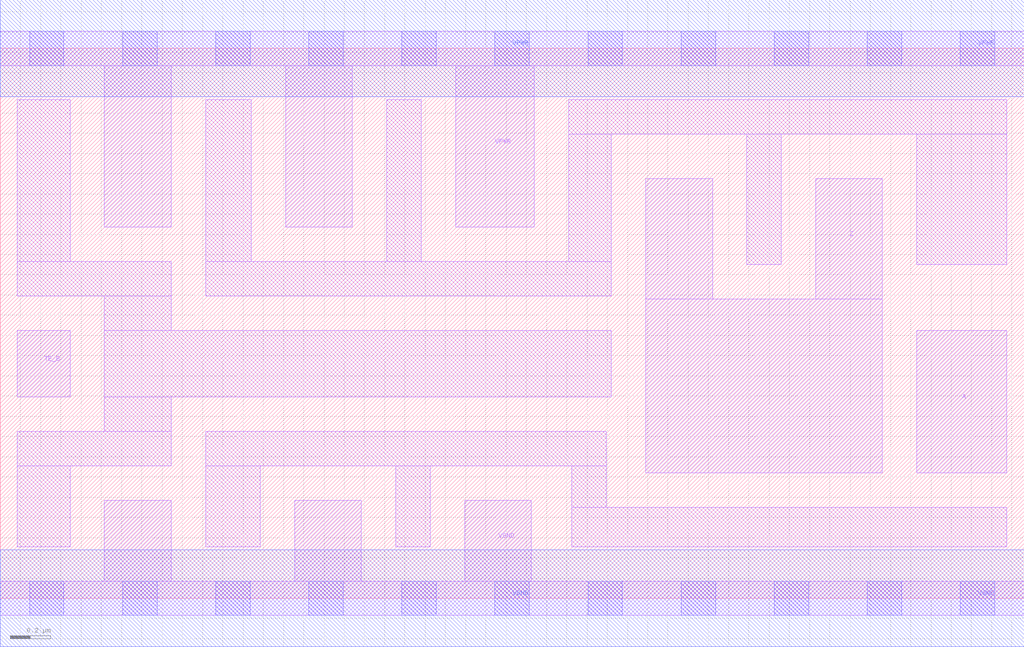
<source format=lef>
# Copyright 2020 The SkyWater PDK Authors
#
# Licensed under the Apache License, Version 2.0 (the "License");
# you may not use this file except in compliance with the License.
# You may obtain a copy of the License at
#
#     https://www.apache.org/licenses/LICENSE-2.0
#
# Unless required by applicable law or agreed to in writing, software
# distributed under the License is distributed on an "AS IS" BASIS,
# WITHOUT WARRANTIES OR CONDITIONS OF ANY KIND, either express or implied.
# See the License for the specific language governing permissions and
# limitations under the License.
#
# SPDX-License-Identifier: Apache-2.0

VERSION 5.7 ;
  NAMESCASESENSITIVE ON ;
  NOWIREEXTENSIONATPIN ON ;
  DIVIDERCHAR "/" ;
  BUSBITCHARS "[]" ;
UNITS
  DATABASE MICRONS 200 ;
END UNITS
MACRO sky130_fd_sc_hd__einvn_4
  CLASS CORE ;
  SOURCE USER ;
  FOREIGN sky130_fd_sc_hd__einvn_4 ;
  ORIGIN  0.000000  0.000000 ;
  SIZE  5.060000 BY  2.720000 ;
  SYMMETRY X Y R90 ;
  SITE unithd ;
  PIN A
    ANTENNAGATEAREA  0.990000 ;
    DIRECTION INPUT ;
    USE SIGNAL ;
    PORT
      LAYER li1 ;
        RECT 4.530000 0.620000 4.975000 1.325000 ;
    END
  END A
  PIN TE_B
    ANTENNAGATEAREA  0.811500 ;
    DIRECTION INPUT ;
    USE SIGNAL ;
    PORT
      LAYER li1 ;
        RECT 0.085000 0.995000 0.345000 1.325000 ;
    END
  END TE_B
  PIN Z
    ANTENNADIFFAREA  0.891000 ;
    DIRECTION OUTPUT ;
    USE SIGNAL ;
    PORT
      LAYER li1 ;
        RECT 3.190000 0.620000 4.360000 1.480000 ;
        RECT 3.190000 1.480000 3.520000 2.075000 ;
        RECT 4.030000 1.480000 4.360000 2.075000 ;
    END
  END Z
  PIN VGND
    DIRECTION INOUT ;
    SHAPE ABUTMENT ;
    USE GROUND ;
    PORT
      LAYER li1 ;
        RECT 0.000000 -0.085000 5.060000 0.085000 ;
        RECT 0.515000  0.085000 0.845000 0.485000 ;
        RECT 1.455000  0.085000 1.785000 0.485000 ;
        RECT 2.295000  0.085000 2.625000 0.485000 ;
      LAYER mcon ;
        RECT 0.145000 -0.085000 0.315000 0.085000 ;
        RECT 0.605000 -0.085000 0.775000 0.085000 ;
        RECT 1.065000 -0.085000 1.235000 0.085000 ;
        RECT 1.525000 -0.085000 1.695000 0.085000 ;
        RECT 1.985000 -0.085000 2.155000 0.085000 ;
        RECT 2.445000 -0.085000 2.615000 0.085000 ;
        RECT 2.905000 -0.085000 3.075000 0.085000 ;
        RECT 3.365000 -0.085000 3.535000 0.085000 ;
        RECT 3.825000 -0.085000 3.995000 0.085000 ;
        RECT 4.285000 -0.085000 4.455000 0.085000 ;
        RECT 4.745000 -0.085000 4.915000 0.085000 ;
      LAYER met1 ;
        RECT 0.000000 -0.240000 5.060000 0.240000 ;
    END
  END VGND
  PIN VPWR
    DIRECTION INOUT ;
    SHAPE ABUTMENT ;
    USE POWER ;
    PORT
      LAYER li1 ;
        RECT 0.000000 2.635000 5.060000 2.805000 ;
        RECT 0.515000 1.835000 0.845000 2.635000 ;
        RECT 1.410000 1.835000 1.740000 2.635000 ;
        RECT 2.250000 1.835000 2.640000 2.635000 ;
      LAYER mcon ;
        RECT 0.145000 2.635000 0.315000 2.805000 ;
        RECT 0.605000 2.635000 0.775000 2.805000 ;
        RECT 1.065000 2.635000 1.235000 2.805000 ;
        RECT 1.525000 2.635000 1.695000 2.805000 ;
        RECT 1.985000 2.635000 2.155000 2.805000 ;
        RECT 2.445000 2.635000 2.615000 2.805000 ;
        RECT 2.905000 2.635000 3.075000 2.805000 ;
        RECT 3.365000 2.635000 3.535000 2.805000 ;
        RECT 3.825000 2.635000 3.995000 2.805000 ;
        RECT 4.285000 2.635000 4.455000 2.805000 ;
        RECT 4.745000 2.635000 4.915000 2.805000 ;
      LAYER met1 ;
        RECT 0.000000 2.480000 5.060000 2.960000 ;
    END
  END VPWR
  OBS
    LAYER li1 ;
      RECT 0.085000 0.255000 0.345000 0.655000 ;
      RECT 0.085000 0.655000 0.845000 0.825000 ;
      RECT 0.085000 1.495000 0.845000 1.665000 ;
      RECT 0.085000 1.665000 0.345000 2.465000 ;
      RECT 0.515000 0.825000 0.845000 0.995000 ;
      RECT 0.515000 0.995000 3.020000 1.325000 ;
      RECT 0.515000 1.325000 0.845000 1.495000 ;
      RECT 1.015000 0.255000 1.285000 0.655000 ;
      RECT 1.015000 0.655000 2.995000 0.825000 ;
      RECT 1.015000 1.495000 3.020000 1.665000 ;
      RECT 1.015000 1.665000 1.240000 2.465000 ;
      RECT 1.910000 1.665000 2.080000 2.465000 ;
      RECT 1.955000 0.255000 2.125000 0.655000 ;
      RECT 2.810000 1.665000 3.020000 2.295000 ;
      RECT 2.810000 2.295000 4.975000 2.465000 ;
      RECT 2.825000 0.255000 4.975000 0.450000 ;
      RECT 2.825000 0.450000 2.995000 0.655000 ;
      RECT 3.690000 1.650000 3.860000 2.295000 ;
      RECT 4.530000 1.650000 4.975000 2.295000 ;
  END
END sky130_fd_sc_hd__einvn_4

</source>
